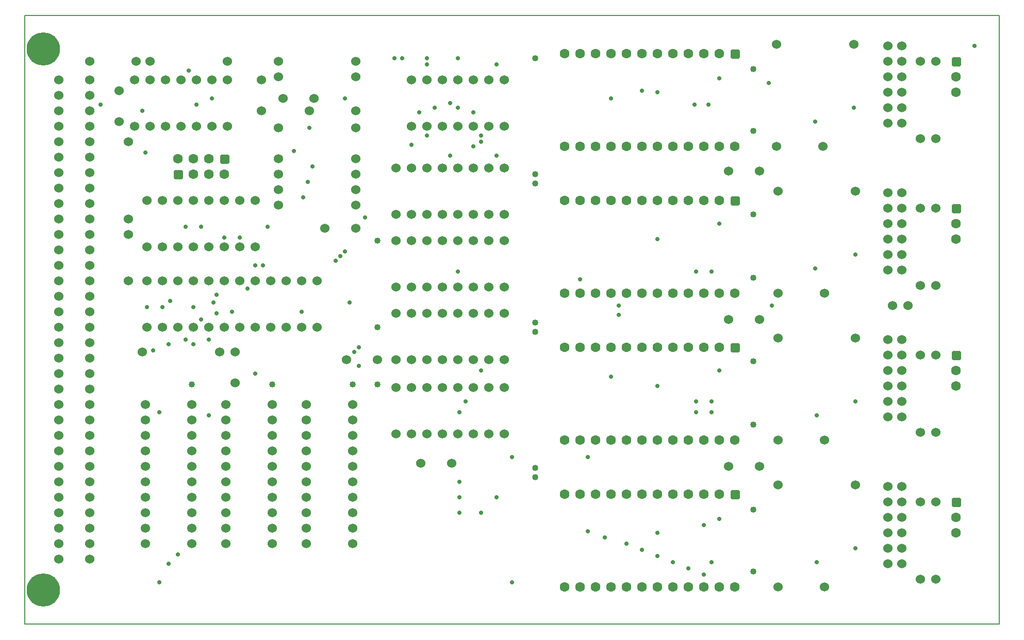
<source format=gbr>
G4 d274tox274  Date: 2022-08-17 13:23:01 *
G4 Design File: CPU09US4 *
G4 Layer name: bottommask *
G4 Scale: 100 percent, Rotated: No, Reflected: No *
%FSLAX23Y23*%
%MOIN*%
%LN*%
%ADD10C,0.005*%
%ADD11C,0.006*%
%ADD12C,0.007*%
%ADD13C,0.008*%
%ADD14C,0.009*%
%ADD15C,0.010*%
%ADD16C,0.011*%
%ADD17C,0.012*%
%ADD18C,0.013*%
%ADD19C,0.014*%
%ADD20C,0.015*%
%ADD21C,0.016*%
%ADD22C,0.017*%
%ADD23C,0.018*%
%ADD24C,0.019*%
%ADD25C,0.020*%
%ADD26C,0.021*%
%ADD27C,0.022*%
%ADD28C,0.023*%
%ADD29C,0.024*%
%ADD30C,0.025*%
%ADD31C,0.026*%
%ADD32C,0.027*%
%ADD33C,0.028*%
%ADD34C,0.029*%
%ADD35C,0.030*%
%ADD36C,0.031*%
%ADD37C,0.032*%
%ADD38C,0.033*%
%ADD39C,0.034*%
%ADD40C,0.035*%
%ADD41C,0.036*%
%ADD42C,0.037*%
%ADD43C,0.038*%
%ADD44C,0.039*%
%ADD45C,0.040*%
%ADD46C,0.041*%
%ADD47C,0.042*%
%ADD48C,0.043*%
%ADD49C,0.044*%
%ADD50C,0.045*%
%ADD51C,0.046*%
%ADD52C,0.048*%
%ADD53C,0.049*%
%ADD54C,0.050*%
%ADD55C,0.051*%
%ADD56C,0.052*%
%ADD57C,0.053*%
%ADD58C,0.054*%
%ADD59C,0.055*%
%ADD60C,0.056*%
%ADD61C,0.057*%
%ADD62C,0.058*%
%ADD63C,0.059*%
%ADD64C,0.060*%
%ADD65C,0.061*%
%ADD66C,0.062*%
%ADD67C,0.063*%
%ADD68C,0.064*%
%ADD69C,0.065*%
%ADD70C,0.066*%
%ADD71C,0.067*%
%ADD72C,0.068*%
%ADD73C,0.069*%
%ADD74C,0.070*%
%ADD75C,0.071*%
%ADD76C,0.072*%
%ADD77C,0.073*%
%ADD78C,0.074*%
%ADD79C,0.075*%
%ADD80C,0.076*%
%ADD81C,0.077*%
%ADD82C,0.078*%
%ADD83C,0.079*%
%ADD84C,0.080*%
%ADD85C,0.081*%
%ADD86C,0.082*%
%ADD87C,0.083*%
%ADD88C,0.084*%
%ADD89C,0.085*%
%ADD90C,0.086*%
%ADD91C,0.087*%
%ADD92C,0.088*%
%ADD93C,0.089*%
%ADD94C,0.090*%
%ADD95C,0.091*%
%ADD96C,0.092*%
%ADD97C,0.093*%
%ADD98C,0.094*%
%ADD99C,0.095*%
%ADD100C,0.096*%
%ADD101C,0.097*%
%ADD102C,0.098*%
%ADD103C,0.099*%
%ADD104C,0.100*%
%ADD105C,0.101*%
%ADD106C,0.102*%
%ADD107C,0.103*%
%ADD108C,0.104*%
%ADD109C,0.105*%
%ADD110C,0.106*%
%ADD111C,0.107*%
%ADD112C,0.108*%
%ADD113C,0.109*%
%ADD114C,0.110*%
%ADD115C,0.111*%
%ADD116C,0.112*%
%ADD117C,0.113*%
%ADD118C,0.114*%
%ADD119C,0.115*%
%ADD120C,0.116*%
%ADD121C,0.117*%
%ADD122C,0.118*%
%ADD123C,0.119*%
%ADD124C,0.120*%
%ADD125C,0.121*%
%ADD126C,0.122*%
%ADD127C,0.123*%
%ADD128C,0.124*%
%ADD129C,0.125*%
%ADD130C,0.126*%
%ADD131C,0.127*%
%ADD132C,0.128*%
%ADD133C,0.129*%
%ADD134C,0.130*%
%ADD135C,0.131*%
%ADD136C,0.132*%
%ADD137C,0.133*%
%ADD138C,0.134*%
%ADD139C,0.135*%
%ADD140C,0.136*%
%ADD141C,0.137*%
%ADD142C,0.138*%
%ADD143C,0.139*%
%ADD144C,0.140*%
%ADD145C,0.141*%
%ADD146C,0.142*%
%ADD147C,0.143*%
%ADD148C,0.144*%
%ADD149C,0.145*%
%ADD150C,0.146*%
%ADD151C,0.148*%
%ADD152C,0.149*%
%ADD153C,0.150*%
%ADD154C,0.151*%
%ADD155C,0.152*%
%ADD156C,0.153*%
%ADD157C,0.154*%
%ADD158C,0.155*%
%ADD159C,0.156*%
%ADD160C,0.157*%
%ADD161C,0.158*%
%ADD162C,0.159*%
%ADD163C,0.160*%
%ADD164C,0.161*%
%ADD165C,0.162*%
%ADD166C,0.163*%
%ADD167C,0.164*%
%ADD168C,0.165*%
%ADD169C,0.166*%
%ADD170C,0.167*%
%ADD171C,0.168*%
%ADD172C,0.169*%
%ADD173C,0.170*%
%ADD174C,0.171*%
%ADD175C,0.172*%
%ADD176C,0.173*%
%ADD177C,0.174*%
%ADD178C,0.175*%
%ADD179C,0.176*%
%ADD180C,0.177*%
%ADD181C,0.178*%
%ADD182C,0.179*%
%ADD183C,0.180*%
%ADD184C,0.181*%
%ADD185C,0.182*%
%ADD186C,0.183*%
%ADD187C,0.184*%
%ADD188C,0.185*%
%ADD189C,0.186*%
%ADD190C,0.187*%
%ADD191C,0.188*%
%ADD192C,0.189*%
%ADD193C,0.190*%
%ADD194C,0.191*%
%ADD195C,0.192*%
%ADD196C,0.193*%
%ADD197C,0.194*%
%ADD198C,0.195*%
%ADD199C,0.196*%
%ADD200C,0.197*%
%ADD201C,0.198*%
%ADD202C,0.199*%
%ADD203C,0.200*%
%ADD204C,0.205*%
%ADD205C,0.210*%
%ADD206C,0.215*%
%ADD207C,0.220*%
%ADD208C,0.225*%
%ADD209C,0.230*%
%ADD210C,0.235*%
%ADD211C,0.240*%
%ADD212C,0.245*%
%ADD213C,0.250*%
%ADD214C,0.255*%
%ADD215C,0.260*%
%ADD216C,0.265*%
%ADD217C,0.270*%
%ADD218C,0.275*%
%ADD219C,0.280*%
%ADD220C,0.285*%
%ADD221C,0.290*%
%ADD222C,0.300*%
%ADD223C,0.305*%
%ADD224C,0.310*%
%ADD225C,0.315*%
%ADD226C,0.320*%
%ADD227C,0.325*%
G90*
G70D02*
G54D206*
G01X00120Y00220*
D03*
D02*
X00120Y03720*
D03*
D02*
G54D64*
G01X00220Y03520*
D03*
D02*
X00220Y03420*
D03*
D02*
X00220Y03320*
D03*
D02*
X00220Y03220*
D03*
D02*
X00220Y03120*
D03*
D02*
X00220Y03020*
D03*
D02*
X00220Y02920*
D03*
D02*
X00220Y02820*
D03*
D02*
X00220Y02720*
D03*
D02*
X00220Y02620*
D03*
D02*
X00220Y02520*
D03*
D02*
X00220Y02420*
D03*
D02*
X00220Y02320*
D03*
D02*
X00220Y02220*
D03*
D02*
X00220Y02120*
D03*
D02*
X00220Y02020*
D03*
D02*
X00220Y01920*
D03*
D02*
X00220Y01820*
D03*
D02*
X00220Y01720*
D03*
D02*
X00220Y01620*
D03*
D02*
X00220Y01520*
D03*
D02*
X00220Y01420*
D03*
D02*
X00220Y01320*
D03*
D02*
X00220Y01220*
D03*
D02*
X00220Y01120*
D03*
D02*
X00220Y01020*
D03*
D02*
X00220Y00920*
D03*
D02*
X00220Y00820*
D03*
D02*
X00220Y00720*
D03*
D02*
X00220Y00620*
D03*
D02*
X00220Y00520*
D03*
D02*
X00220Y00420*
D03*
D02*
X00420Y00420*
D03*
D02*
X00420Y00520*
D03*
D02*
X00420Y00620*
D03*
D02*
X00420Y00720*
D03*
D02*
X00420Y00820*
D03*
D02*
X00420Y00920*
D03*
D02*
X00420Y01020*
D03*
D02*
X00420Y01120*
D03*
D02*
X00420Y01220*
D03*
D02*
X00420Y01320*
D03*
D02*
X00420Y01420*
D03*
D02*
X00420Y01520*
D03*
D02*
X00420Y01620*
D03*
D02*
X00420Y01720*
D03*
D02*
X00420Y01820*
D03*
D02*
X00420Y01920*
D03*
D02*
X00420Y02020*
D03*
D02*
X00420Y02120*
D03*
D02*
X00420Y02220*
D03*
D02*
X00420Y02320*
D03*
D02*
X00420Y02420*
D03*
D02*
X00420Y02520*
D03*
D02*
X00420Y02620*
D03*
D02*
X00420Y02720*
D03*
D02*
X00420Y02820*
D03*
D02*
X00420Y02920*
D03*
D02*
X00420Y03020*
D03*
D02*
X00420Y03120*
D03*
D02*
X00420Y03220*
D03*
D02*
X00420Y03320*
D03*
D02*
X00420Y03420*
D03*
D02*
X00420Y03520*
D03*
D02*
X00420Y03640*
D03*
D02*
G54D33*
G01X00490Y03360*
D03*
D02*
G54D64*
G01X00610Y03250*
D03*
D02*
X00610Y03450*
D03*
D02*
X00670Y03120*
D03*
D02*
X00670Y02620*
D03*
D02*
X00670Y02520*
D03*
D02*
X00670Y02220*
D03*
D02*
X00710Y03220*
D03*
D02*
X00710Y03520*
D03*
D02*
X00720Y03640*
D03*
D02*
X00760Y01760*
D03*
D02*
G54D33*
G01X00760Y03320*
D03*
D02*
X00780Y03050*
D03*
D02*
G54D64*
G01X00780Y01420*
D03*
D02*
X00780Y01320*
D03*
D02*
X00780Y01220*
D03*
D02*
X00780Y01120*
D03*
D02*
X00780Y01020*
D03*
D02*
X00780Y00920*
D03*
D02*
X00780Y00820*
D03*
D02*
X00780Y00720*
D03*
D02*
X00780Y00620*
D03*
D02*
X00780Y00520*
D03*
D02*
X00790Y01920*
D03*
D02*
G54D33*
G01X00790Y02050*
D03*
D02*
G54D64*
G01X00790Y02220*
D03*
D02*
X00790Y02440*
D03*
D02*
X00790Y02740*
D03*
D02*
X00810Y03640*
D03*
D02*
X00810Y03520*
D03*
D02*
X00810Y03220*
D03*
D02*
G54D33*
G01X00830Y01770*
D03*
D02*
X00870Y01370*
D03*
D02*
X00870Y00270*
D03*
D02*
G54D64*
G01X00890Y01920*
D03*
D02*
G54D33*
G01X00890Y02050*
D03*
D02*
G54D64*
G01X00890Y02220*
D03*
D02*
X00890Y02440*
D03*
D02*
X00890Y02740*
D03*
D02*
X00910Y03520*
D03*
D02*
X00910Y03220*
D03*
D02*
G54D33*
G01X00930Y00390*
D03*
D02*
X00930Y01810*
D03*
D02*
X00940Y02090*
D03*
D02*
X00990Y00450*
D03*
D02*
G54D64*
G01X00990Y01920*
D03*
D02*
X00990Y02220*
D03*
D02*
X00990Y02440*
D03*
D02*
X00990Y02740*
D03*
D02*
G54D29*
G01X00972Y02892*
D01*
X01008Y02892*
X01008Y02928*
X00972Y02928*
X00972Y02892*
X00984Y02904*
X00996Y02904*
X00996Y02916*
X00984Y02916*
X00984Y02904*
X00996Y02916*
X00984Y02916*
X00984Y02904*
X00996Y02904*
X00996Y02916*
D02*
G54D67*
G01X00990Y03010*
D03*
D02*
G54D64*
G01X01010Y03520*
D03*
D02*
X01010Y03220*
D03*
D02*
G54D33*
G01X01040Y01840*
D03*
D02*
X01040Y02570*
D03*
D02*
X01060Y03580*
D03*
D02*
G54D64*
G01X01080Y00520*
D03*
D02*
X01080Y00620*
D03*
D02*
X01080Y00720*
D03*
D02*
X01080Y00820*
D03*
D02*
X01080Y00920*
D03*
D02*
X01080Y01020*
D03*
D02*
X01080Y01120*
D03*
D02*
X01080Y01220*
D03*
D02*
X01080Y01320*
D03*
D02*
X01080Y01420*
D03*
D02*
G54D45*
G01X01080Y01550*
D03*
D02*
G54D67*
G01X01090Y03010*
D03*
D02*
X01090Y02910*
D03*
D02*
G54D64*
G01X01090Y02740*
D03*
D02*
X01090Y02440*
D03*
D02*
X01090Y02220*
D03*
D02*
G54D33*
G01X01090Y02050*
D03*
D02*
G54D64*
G01X01090Y01920*
D03*
D02*
G54D33*
G01X01090Y01810*
D03*
D02*
G54D64*
G01X01110Y03220*
D03*
D02*
G54D33*
G01X01110Y03360*
D03*
D02*
G54D64*
G01X01110Y03520*
D03*
D02*
G54D33*
G01X01140Y02570*
D03*
D02*
X01140Y01970*
D03*
D02*
X01190Y01350*
D03*
D02*
X01190Y01840*
D03*
D02*
G54D64*
G01X01190Y01920*
D03*
D02*
X01190Y02220*
D03*
D02*
X01190Y02440*
D03*
D02*
X01190Y02740*
D03*
D02*
G54D67*
G01X01190Y02910*
D03*
D02*
X01190Y03010*
D03*
D02*
G54D64*
G01X01210Y03520*
D03*
D02*
G54D33*
G01X01210Y03400*
D03*
D02*
G54D64*
G01X01210Y03220*
D03*
D02*
G54D33*
G01X01220Y02080*
D03*
D02*
X01240Y02130*
D03*
D02*
X01240Y02010*
D03*
D02*
G54D64*
G01X01260Y01760*
D03*
D02*
G54D29*
G01X01308Y03028*
D01*
X01272Y03028*
X01272Y02992*
X01308Y02992*
X01308Y03028*
X01296Y03016*
X01284Y03016*
X01284Y03004*
X01296Y03004*
X01296Y03016*
X01284Y03004*
X01296Y03004*
X01296Y03016*
X01284Y03016*
X01284Y03004*
D02*
G54D67*
G01X01290Y02910*
D03*
D02*
G54D64*
G01X01290Y02740*
D03*
D02*
G54D33*
G01X01290Y02500*
D03*
D02*
G54D64*
G01X01290Y02440*
D03*
D02*
X01290Y02220*
D03*
D02*
X01290Y01920*
D03*
D02*
X01300Y00520*
D03*
D02*
X01300Y00620*
D03*
D02*
X01300Y00720*
D03*
D02*
X01300Y00820*
D03*
D02*
X01300Y00920*
D03*
D02*
X01300Y01020*
D03*
D02*
X01300Y01120*
D03*
D02*
X01300Y01220*
D03*
D02*
X01300Y01320*
D03*
D02*
X01300Y01420*
D03*
D02*
X01310Y03640*
D03*
D02*
X01310Y03520*
D03*
D02*
X01310Y03220*
D03*
D02*
G54D33*
G01X01340Y02020*
D03*
D02*
G54D64*
G01X01360Y01760*
D03*
D02*
X01360Y01560*
D03*
D02*
X01390Y01920*
D03*
D02*
X01390Y02220*
D03*
D02*
X01390Y02440*
D03*
D02*
G54D33*
G01X01390Y02500*
D03*
D02*
G54D64*
G01X01390Y02740*
D03*
D02*
G54D33*
G01X01440Y02170*
D03*
D02*
X01490Y01620*
D03*
D02*
G54D64*
G01X01490Y01920*
D03*
D02*
X01490Y02220*
D03*
D02*
G54D33*
G01X01490Y02320*
D03*
D02*
G54D64*
G01X01490Y02440*
D03*
D02*
X01490Y02740*
D03*
D02*
X01530Y03520*
D03*
D02*
X01530Y03320*
D03*
D02*
G54D33*
G01X01540Y02320*
D03*
D02*
X01570Y02570*
D03*
D02*
G54D64*
G01X01590Y01920*
D03*
D02*
X01590Y02220*
D03*
D02*
G54D45*
G01X01600Y01550*
D03*
D02*
G54D64*
G01X01600Y01420*
D03*
D02*
X01600Y01320*
D03*
D02*
X01600Y01220*
D03*
D02*
X01600Y01120*
D03*
D02*
X01600Y01020*
D03*
D02*
X01600Y00920*
D03*
D02*
X01600Y00820*
D03*
D02*
X01600Y00720*
D03*
D02*
X01600Y00620*
D03*
D02*
X01600Y00520*
D03*
D02*
X01640Y02710*
D03*
D02*
X01640Y02810*
D03*
D02*
X01640Y02910*
D03*
D02*
X01640Y03010*
D03*
D02*
X01640Y03210*
D03*
D02*
X01640Y03540*
D03*
D02*
X01640Y03640*
D03*
D02*
X01670Y03400*
D03*
D02*
X01690Y01920*
D03*
D02*
X01690Y02220*
D03*
D02*
G54D33*
G01X01740Y03060*
D03*
D02*
G54D64*
G01X01790Y01920*
D03*
D02*
G54D33*
G01X01790Y02020*
D03*
D02*
G54D64*
G01X01790Y02220*
D03*
D02*
G54D33*
G01X01800Y02760*
D03*
D02*
G54D64*
G01X01820Y00520*
D03*
D02*
X01820Y00620*
D03*
D02*
X01820Y00720*
D03*
D02*
X01820Y00820*
D03*
D02*
X01820Y00920*
D03*
D02*
X01820Y01020*
D03*
D02*
X01820Y01120*
D03*
D02*
X01820Y01220*
D03*
D02*
X01820Y01320*
D03*
D02*
X01820Y01420*
D03*
D02*
G54D33*
G01X01830Y02860*
D03*
D02*
X01840Y03210*
D03*
D02*
G54D64*
G01X01840Y03320*
D03*
D02*
G54D33*
G01X01860Y02960*
D03*
D02*
G54D64*
G01X01870Y03400*
D03*
D02*
X01890Y02220*
D03*
D02*
X01890Y01920*
D03*
D02*
X01940Y02560*
D03*
D02*
G54D33*
G01X02010Y02350*
D03*
D02*
X02040Y02380*
D03*
D02*
X02070Y03400*
D03*
D02*
X02070Y02410*
D03*
D02*
G54D64*
G01X02080Y01710*
D03*
D02*
G54D33*
G01X02100Y02080*
D03*
D02*
G54D64*
G01X02120Y00520*
D03*
D02*
X02120Y00620*
D03*
D02*
X02120Y00720*
D03*
D02*
X02120Y00820*
D03*
D02*
X02120Y00920*
D03*
D02*
X02120Y01020*
D03*
D02*
X02120Y01120*
D03*
D02*
X02120Y01220*
D03*
D02*
X02120Y01320*
D03*
D02*
X02120Y01420*
D03*
D02*
G54D45*
G01X02120Y01550*
D03*
D02*
G54D33*
G01X02130Y01760*
D03*
D02*
G54D64*
G01X02140Y02560*
D03*
D02*
X02140Y02710*
D03*
D02*
X02140Y02810*
D03*
D02*
X02140Y02910*
D03*
D02*
X02140Y03010*
D03*
D02*
X02140Y03210*
D03*
D02*
X02140Y03320*
D03*
D02*
X02140Y03540*
D03*
D02*
X02140Y03640*
D03*
D02*
G54D33*
G01X02160Y01790*
D03*
D02*
X02160Y01670*
D03*
D02*
X02200Y02630*
D03*
D02*
G54D45*
G01X02280Y02480*
D03*
D02*
X02280Y01920*
D03*
D02*
G54D64*
G01X02280Y01710*
D03*
D02*
G54D45*
G01X02280Y01550*
D03*
D02*
G54D33*
G01X02390Y03660*
D03*
D02*
G54D64*
G01X02400Y02950*
D03*
D02*
X02400Y02650*
D03*
D02*
X02400Y02480*
D03*
D02*
X02400Y02180*
D03*
D02*
X02400Y02010*
D03*
D02*
X02400Y01710*
D03*
D02*
X02400Y01530*
D03*
D02*
X02400Y01230*
D03*
D02*
G54D33*
G01X02440Y03660*
D03*
D02*
G54D64*
G01X02500Y03520*
D03*
D02*
X02500Y03220*
D03*
D02*
G54D33*
G01X02500Y03100*
D03*
D02*
G54D64*
G01X02500Y02950*
D03*
D02*
X02500Y02650*
D03*
D02*
X02500Y02480*
D03*
D02*
X02500Y02180*
D03*
D02*
X02500Y02010*
D03*
D02*
X02500Y01710*
D03*
D02*
X02500Y01530*
D03*
D02*
X02500Y01230*
D03*
D02*
G54D33*
G01X02550Y03310*
D03*
D02*
G54D64*
G01X02560Y01040*
D03*
D02*
X02600Y01230*
D03*
D02*
X02600Y01530*
D03*
D02*
X02600Y01710*
D03*
D02*
X02600Y02010*
D03*
D02*
X02600Y02180*
D03*
D02*
X02600Y02480*
D03*
D02*
X02600Y02650*
D03*
D02*
X02600Y02950*
D03*
D02*
G54D33*
G01X02600Y03160*
D03*
D02*
G54D64*
G01X02600Y03220*
D03*
D02*
X02600Y03520*
D03*
D02*
G54D33*
G01X02600Y03620*
D03*
D02*
X02600Y03660*
D03*
D02*
X02650Y03340*
D03*
D02*
G54D64*
G01X02700Y01230*
D03*
D02*
X02700Y01530*
D03*
D02*
X02700Y01710*
D03*
D02*
X02700Y02010*
D03*
D02*
X02700Y02180*
D03*
D02*
X02700Y02480*
D03*
D02*
X02700Y02650*
D03*
D02*
X02700Y02950*
D03*
D02*
X02700Y03220*
D03*
D02*
X02700Y03520*
D03*
D02*
G54D33*
G01X02750Y03370*
D03*
D02*
X02750Y03030*
D03*
D02*
G54D64*
G01X02760Y01040*
D03*
D02*
G54D33*
G01X02800Y03660*
D03*
D02*
G54D64*
G01X02800Y03520*
D03*
D02*
G54D33*
G01X02800Y03340*
D03*
D02*
G54D64*
G01X02800Y03220*
D03*
D02*
X02800Y02950*
D03*
D02*
X02800Y02650*
D03*
D02*
X02800Y02480*
D03*
D02*
G54D33*
G01X02800Y02280*
D03*
D02*
G54D64*
G01X02800Y02180*
D03*
D02*
X02800Y02010*
D03*
D02*
X02800Y01710*
D03*
D02*
X02800Y01530*
D03*
D02*
X02800Y01230*
D03*
D02*
G54D33*
G01X02810Y00720*
D03*
D02*
X02810Y00820*
D03*
D02*
X02810Y00920*
D03*
D02*
X02810Y01370*
D03*
D02*
X02850Y01440*
D03*
D02*
G54D64*
G01X02900Y01230*
D03*
D02*
X02900Y01530*
D03*
D02*
X02900Y01710*
D03*
D02*
X02900Y02010*
D03*
D02*
X02900Y02180*
D03*
D02*
X02900Y02480*
D03*
D02*
X02900Y02650*
D03*
D02*
X02900Y02950*
D03*
D02*
G54D33*
G01X02900Y03090*
D03*
D02*
G54D64*
G01X02900Y03220*
D03*
D02*
G54D33*
G01X02900Y03310*
D03*
D02*
G54D64*
G01X02900Y03520*
D03*
D02*
G54D33*
G01X02950Y03160*
D03*
D02*
X02950Y03120*
D03*
D02*
X02950Y01640*
D03*
D02*
X02950Y00720*
D03*
D02*
G54D64*
G01X03000Y01230*
D03*
D02*
X03000Y01530*
D03*
D02*
X03000Y01710*
D03*
D02*
X03000Y02010*
D03*
D02*
X03000Y02180*
D03*
D02*
X03000Y02480*
D03*
D02*
X03000Y02650*
D03*
D02*
X03000Y02950*
D03*
D02*
X03000Y03220*
D03*
D02*
X03000Y03520*
D03*
D02*
G54D33*
G01X03050Y03620*
D03*
D02*
X03050Y03030*
D03*
D02*
X03050Y00820*
D03*
D02*
G54D64*
G01X03100Y01230*
D03*
D02*
X03100Y01530*
D03*
D02*
X03100Y01710*
D03*
D02*
X03100Y02010*
D03*
D02*
X03100Y02180*
D03*
D02*
X03100Y02480*
D03*
D02*
X03100Y02650*
D03*
D02*
X03100Y02950*
D03*
D02*
X03100Y03220*
D03*
D02*
X03100Y03520*
D03*
D02*
G54D33*
G01X03150Y01080*
D03*
D02*
X03150Y00270*
D03*
D02*
G54D45*
G01X03300Y00950*
D03*
D02*
X03300Y01010*
D03*
D02*
X03300Y01890*
D03*
D02*
X03300Y01950*
D03*
D02*
X03300Y02850*
D03*
D02*
X03300Y02910*
D03*
D02*
X03300Y03660*
D03*
D02*
G54D67*
G01X03490Y03690*
D03*
D02*
X03490Y03090*
D03*
D02*
X03490Y02740*
D03*
D02*
X03490Y02140*
D03*
D02*
X03490Y01790*
D03*
D02*
X03490Y01190*
D03*
D02*
X03490Y00840*
D03*
D02*
X03490Y00240*
D03*
D02*
X03590Y00240*
D03*
D02*
X03590Y00840*
D03*
D02*
X03590Y01190*
D03*
D02*
X03590Y01790*
D03*
D02*
X03590Y02140*
D03*
D02*
G54D33*
G01X03590Y02230*
D03*
D02*
G54D67*
G01X03590Y02740*
D03*
D02*
X03590Y03090*
D03*
D02*
X03590Y03690*
D03*
D02*
G54D33*
G01X03640Y01080*
D03*
D02*
X03640Y00600*
D03*
D02*
G54D67*
G01X03690Y00240*
D03*
D02*
X03690Y00840*
D03*
D02*
X03690Y01190*
D03*
D02*
X03690Y01790*
D03*
D02*
X03690Y02140*
D03*
D02*
X03690Y02740*
D03*
D02*
X03690Y03090*
D03*
D02*
X03690Y03690*
D03*
D02*
G54D33*
G01X03750Y00560*
D03*
D02*
G54D67*
G01X03790Y00240*
D03*
D02*
X03790Y00840*
D03*
D02*
X03790Y01190*
D03*
D02*
G54D33*
G01X03790Y01600*
D03*
D02*
G54D67*
G01X03790Y01790*
D03*
D02*
X03790Y02140*
D03*
D02*
X03790Y02740*
D03*
D02*
X03790Y03090*
D03*
D02*
G54D33*
G01X03790Y03400*
D03*
D02*
G54D67*
G01X03790Y03690*
D03*
D02*
G54D33*
G01X03840Y02060*
D03*
D02*
X03840Y02000*
D03*
D02*
G54D67*
G01X03890Y00240*
D03*
D02*
G54D33*
G01X03890Y00520*
D03*
D02*
G54D67*
G01X03890Y00840*
D03*
D02*
X03890Y01190*
D03*
D02*
X03890Y01790*
D03*
D02*
X03890Y02140*
D03*
D02*
X03890Y02740*
D03*
D02*
X03890Y03090*
D03*
D02*
X03890Y03690*
D03*
D02*
X03990Y03690*
D03*
D02*
G54D33*
G01X03990Y03450*
D03*
D02*
G54D67*
G01X03990Y03090*
D03*
D02*
X03990Y02740*
D03*
D02*
X03990Y02140*
D03*
D02*
X03990Y01790*
D03*
D02*
X03990Y01190*
D03*
D02*
X03990Y00840*
D03*
D02*
G54D33*
G01X03990Y00480*
D03*
D02*
G54D67*
G01X03990Y00240*
D03*
D02*
X04090Y00240*
D03*
D02*
G54D33*
G01X04090Y00440*
D03*
D02*
X04090Y00590*
D03*
D02*
G54D67*
G01X04090Y00840*
D03*
D02*
X04090Y01190*
D03*
D02*
G54D33*
G01X04090Y01540*
D03*
D02*
G54D67*
G01X04090Y01790*
D03*
D02*
X04090Y02140*
D03*
D02*
G54D33*
G01X04090Y02490*
D03*
D02*
G54D67*
G01X04090Y02740*
D03*
D02*
X04090Y03090*
D03*
D02*
G54D33*
G01X04090Y03440*
D03*
D02*
G54D67*
G01X04090Y03690*
D03*
D02*
X04190Y03690*
D03*
D02*
X04190Y03090*
D03*
D02*
X04190Y02740*
D03*
D02*
X04190Y02140*
D03*
D02*
X04190Y01790*
D03*
D02*
X04190Y01190*
D03*
D02*
X04190Y00840*
D03*
D02*
G54D33*
G01X04190Y00400*
D03*
D02*
G54D67*
G01X04190Y00240*
D03*
D02*
X04290Y00240*
D03*
D02*
G54D33*
G01X04290Y00360*
D03*
D02*
G54D67*
G01X04290Y00840*
D03*
D02*
X04290Y01190*
D03*
D02*
X04290Y01790*
D03*
D02*
X04290Y02140*
D03*
D02*
X04290Y02740*
D03*
D02*
X04290Y03090*
D03*
D02*
X04290Y03690*
D03*
D02*
G54D33*
G01X04330Y03360*
D03*
D02*
X04340Y01370*
D03*
D02*
X04340Y01440*
D03*
D02*
X04340Y02280*
D03*
D02*
G54D67*
G01X04390Y03690*
D03*
D02*
X04390Y03090*
D03*
D02*
X04390Y02740*
D03*
D02*
X04390Y02140*
D03*
D02*
X04390Y01790*
D03*
D02*
X04390Y01190*
D03*
D02*
X04390Y00840*
D03*
D02*
G54D33*
G01X04390Y00640*
D03*
D02*
X04390Y00320*
D03*
D02*
G54D67*
G01X04390Y00240*
D03*
D02*
G54D33*
G01X04420Y03360*
D03*
D02*
X04440Y02280*
D03*
D02*
X04440Y01440*
D03*
D02*
X04440Y01370*
D03*
D02*
X04440Y00400*
D03*
D02*
G54D67*
G01X04490Y00240*
D03*
D02*
G54D33*
G01X04490Y00680*
D03*
D02*
G54D67*
G01X04490Y00840*
D03*
D02*
X04490Y01190*
D03*
D02*
G54D33*
G01X04490Y01640*
D03*
D02*
G54D67*
G01X04490Y01790*
D03*
D02*
X04490Y02140*
D03*
D02*
G54D33*
G01X04490Y02590*
D03*
D02*
G54D67*
G01X04490Y02740*
D03*
D02*
X04490Y03090*
D03*
D02*
G54D33*
G01X04490Y03530*
D03*
D02*
G54D67*
G01X04490Y03690*
D03*
D02*
G54D64*
G01X04550Y02930*
D03*
D02*
X04550Y01970*
D03*
D02*
X04550Y01020*
D03*
D02*
G54D67*
G01X04590Y00240*
D03*
D02*
G54D29*
G01X04608Y00858*
D01*
X04572Y00858*
X04572Y00822*
X04608Y00822*
X04608Y00858*
X04596Y00846*
X04584Y00846*
X04584Y00834*
X04596Y00834*
X04596Y00846*
X04584Y00834*
X04596Y00834*
X04596Y00846*
X04584Y00846*
X04584Y00834*
D02*
G54D67*
G01X04590Y01190*
D03*
D02*
G54D29*
G01X04608Y01808*
D01*
X04572Y01808*
X04572Y01772*
X04608Y01772*
X04608Y01808*
X04596Y01796*
X04584Y01796*
X04584Y01784*
X04596Y01784*
X04596Y01796*
X04584Y01784*
X04596Y01784*
X04596Y01796*
X04584Y01796*
X04584Y01784*
D02*
G54D67*
G01X04590Y02140*
D03*
D02*
G54D29*
G01X04608Y02758*
D01*
X04572Y02758*
X04572Y02722*
X04608Y02722*
X04608Y02758*
X04596Y02746*
X04584Y02746*
X04584Y02734*
X04596Y02734*
X04596Y02746*
X04584Y02734*
X04596Y02734*
X04596Y02746*
X04584Y02746*
X04584Y02734*
D02*
G54D67*
G01X04590Y03090*
D03*
D02*
G54D29*
G01X04608Y03708*
D01*
X04572Y03708*
X04572Y03672*
X04608Y03672*
X04608Y03708*
X04596Y03696*
X04584Y03696*
X04584Y03684*
X04596Y03684*
X04596Y03696*
X04584Y03684*
X04596Y03684*
X04596Y03696*
X04584Y03696*
X04584Y03684*
D02*
G54D45*
G01X04710Y03590*
D03*
D02*
X04710Y03190*
D03*
D02*
X04710Y02650*
D03*
D02*
X04710Y02240*
D03*
D02*
X04710Y01700*
D03*
D02*
X04710Y01290*
D03*
D02*
X04710Y00740*
D03*
D02*
X04710Y00340*
D03*
D02*
G54D64*
G01X04750Y01020*
D03*
D02*
X04750Y01970*
D03*
D02*
X04750Y02930*
D03*
D02*
G54D33*
G01X04810Y03500*
D03*
D02*
X04830Y02060*
D03*
D02*
G54D64*
G01X04860Y03750*
D03*
D02*
X04860Y03090*
D03*
D02*
X04870Y00240*
D03*
D02*
X04870Y00900*
D03*
D02*
X04870Y01190*
D03*
D02*
X04870Y01850*
D03*
D02*
X04870Y02140*
D03*
D02*
X04870Y02800*
D03*
D02*
G54D33*
G01X05110Y03250*
D03*
D02*
X05110Y02300*
D03*
D02*
X05120Y00400*
D03*
D02*
X05120Y01350*
D03*
D02*
G54D64*
G01X05160Y03090*
D03*
D02*
X05170Y00240*
D03*
D02*
X05170Y01190*
D03*
D02*
X05170Y02140*
D03*
D02*
X05360Y03750*
D03*
D02*
G54D33*
G01X05360Y03340*
D03*
D02*
X05370Y00490*
D03*
D02*
G54D64*
G01X05370Y00900*
D03*
D02*
G54D33*
G01X05370Y01440*
D03*
D02*
G54D64*
G01X05370Y01850*
D03*
D02*
G54D33*
G01X05370Y02390*
D03*
D02*
G54D64*
G01X05370Y02800*
D03*
D02*
X05580Y03740*
D03*
D02*
X05580Y03640*
D03*
D02*
X05580Y03540*
D03*
D02*
X05580Y03440*
D03*
D02*
X05580Y03340*
D03*
D02*
X05580Y03240*
D03*
D02*
X05580Y02790*
D03*
D02*
X05580Y02690*
D03*
D02*
X05580Y02590*
D03*
D02*
X05580Y02490*
D03*
D02*
X05580Y02390*
D03*
D02*
X05580Y02290*
D03*
D02*
X05580Y01840*
D03*
D02*
X05580Y01740*
D03*
D02*
X05580Y01640*
D03*
D02*
X05580Y01540*
D03*
D02*
X05580Y01440*
D03*
D02*
X05580Y01340*
D03*
D02*
X05580Y00890*
D03*
D02*
X05580Y00790*
D03*
D02*
X05580Y00690*
D03*
D02*
X05580Y00590*
D03*
D02*
X05580Y00490*
D03*
D02*
X05580Y00390*
D03*
D02*
X05610Y02060*
D03*
D02*
X05670Y03740*
D03*
D02*
X05670Y03640*
D03*
D02*
X05670Y03540*
D03*
D02*
X05670Y03440*
D03*
D02*
X05670Y03340*
D03*
D02*
X05670Y03240*
D03*
D02*
X05670Y02790*
D03*
D02*
X05670Y02690*
D03*
D02*
X05670Y02590*
D03*
D02*
X05670Y02490*
D03*
D02*
X05670Y02390*
D03*
D02*
X05670Y02290*
D03*
D02*
X05670Y01840*
D03*
D02*
X05670Y01740*
D03*
D02*
X05670Y01640*
D03*
D02*
X05670Y01540*
D03*
D02*
X05670Y01440*
D03*
D02*
X05670Y01340*
D03*
D02*
X05670Y00890*
D03*
D02*
X05670Y00790*
D03*
D02*
X05670Y00690*
D03*
D02*
X05670Y00590*
D03*
D02*
X05670Y00490*
D03*
D02*
X05670Y00390*
D03*
D02*
X05710Y02060*
D03*
D02*
X05790Y03640*
D03*
D02*
X05790Y03140*
D03*
D02*
X05790Y02690*
D03*
D02*
X05790Y02190*
D03*
D02*
X05790Y01740*
D03*
D02*
X05790Y01240*
D03*
D02*
X05790Y00790*
D03*
D02*
X05790Y00290*
D03*
D02*
X05890Y00290*
D03*
D02*
X05890Y00790*
D03*
D02*
X05890Y01240*
D03*
D02*
X05890Y01740*
D03*
D02*
X05890Y02190*
D03*
D02*
X05890Y02690*
D03*
D02*
X05890Y03140*
D03*
D02*
X05890Y03640*
D03*
D02*
G54D29*
G01X06002Y03658*
D01*
X06002Y03622*
X06038Y03622*
X06038Y03658*
X06002Y03658*
X06014Y03646*
X06014Y03634*
X06026Y03634*
X06026Y03646*
X06014Y03646*
X06026Y03634*
X06026Y03646*
X06014Y03646*
X06014Y03634*
X06026Y03634*
D02*
G54D67*
G01X06020Y03540*
D03*
D02*
X06020Y03440*
D03*
D02*
G54D29*
G01X06002Y02708*
D01*
X06002Y02672*
X06038Y02672*
X06038Y02708*
X06002Y02708*
X06014Y02696*
X06014Y02684*
X06026Y02684*
X06026Y02696*
X06014Y02696*
X06026Y02684*
X06026Y02696*
X06014Y02696*
X06014Y02684*
X06026Y02684*
D02*
G54D67*
G01X06020Y02590*
D03*
D02*
X06020Y02490*
D03*
D02*
G54D29*
G01X06002Y01758*
D01*
X06002Y01722*
X06038Y01722*
X06038Y01758*
X06002Y01758*
X06014Y01746*
X06014Y01734*
X06026Y01734*
X06026Y01746*
X06014Y01746*
X06026Y01734*
X06026Y01746*
X06014Y01746*
X06014Y01734*
X06026Y01734*
D02*
G54D67*
G01X06020Y01640*
D03*
D02*
X06020Y01540*
D03*
D02*
G54D29*
G01X06002Y00808*
D01*
X06002Y00772*
X06038Y00772*
X06038Y00808*
X06002Y00808*
X06014Y00796*
X06014Y00784*
X06026Y00784*
X06026Y00796*
X06014Y00796*
X06026Y00784*
X06026Y00796*
X06014Y00796*
X06014Y00784*
X06026Y00784*
D02*
G54D67*
G01X06020Y00690*
D03*
D02*
X06020Y00590*
D03*
D02*
G54D33*
G01X06140Y03740*
D03*
D02*
G54D10*
G54D12*
G01X00000Y03937*
D01*
X00000Y00000*
X06298Y00000*
X06298Y03937*
X00000Y03937*
M00*


</source>
